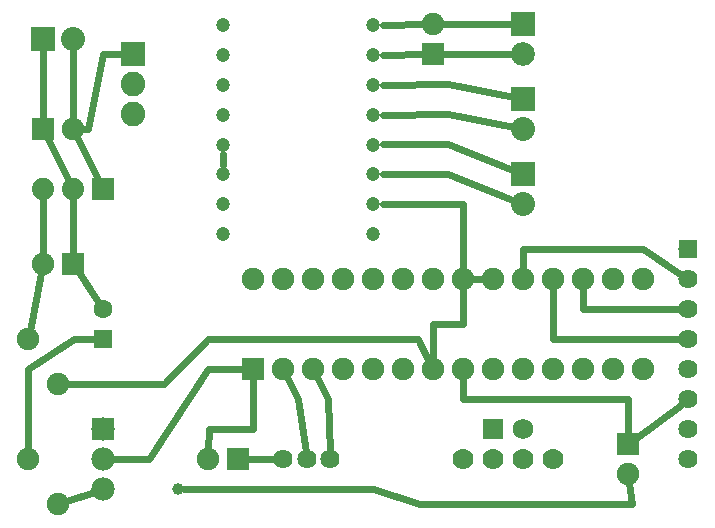
<source format=gtl>
G04 MADE WITH FRITZING*
G04 WWW.FRITZING.ORG*
G04 DOUBLE SIDED*
G04 HOLES PLATED*
G04 CONTOUR ON CENTER OF CONTOUR VECTOR*
%ASAXBY*%
%FSLAX23Y23*%
%MOIN*%
%OFA0B0*%
%SFA1.0B1.0*%
%ADD10C,0.064000*%
%ADD11C,0.082000*%
%ADD12C,0.075000*%
%ADD13C,0.078000*%
%ADD14C,0.080000*%
%ADD15C,0.062992*%
%ADD16C,0.069000*%
%ADD17C,0.070000*%
%ADD18C,0.074000*%
%ADD19C,0.047222*%
%ADD20C,0.039370*%
%ADD21C,0.079370*%
%ADD22R,0.082000X0.082000*%
%ADD23R,0.064000X0.064000*%
%ADD24R,0.075000X0.075000*%
%ADD25R,0.078000X0.078000*%
%ADD26R,0.080000X0.080000*%
%ADD27R,0.062992X0.062992*%
%ADD28R,0.069000X0.069000*%
%ADD29R,0.079370X0.079370*%
%ADD30C,0.024000*%
%ADD31R,0.001000X0.001000*%
%LNCOPPER1*%
G90*
G70*
G54D10*
X919Y201D03*
X998Y201D03*
X1076Y201D03*
X919Y201D03*
X998Y201D03*
X1076Y201D03*
G54D11*
X419Y1551D03*
X419Y1451D03*
X419Y1351D03*
G54D10*
X2269Y901D03*
X2269Y801D03*
X2269Y701D03*
X2269Y601D03*
X2269Y501D03*
X2269Y401D03*
X2269Y301D03*
X2269Y201D03*
G54D12*
X819Y501D03*
X819Y801D03*
X919Y501D03*
X919Y801D03*
X1019Y501D03*
X1019Y801D03*
X1119Y501D03*
X1119Y801D03*
X1219Y501D03*
X1219Y801D03*
X1319Y501D03*
X1319Y801D03*
X1419Y501D03*
X1419Y801D03*
X1519Y501D03*
X1519Y801D03*
X1619Y501D03*
X1619Y801D03*
X1719Y501D03*
X1719Y801D03*
X1819Y501D03*
X1819Y801D03*
X1919Y501D03*
X1919Y801D03*
X2019Y501D03*
X2019Y801D03*
X2119Y501D03*
X2119Y801D03*
G54D13*
X319Y301D03*
X319Y201D03*
X319Y101D03*
G54D14*
X1719Y1151D03*
X1719Y1051D03*
X1719Y1401D03*
X1719Y1301D03*
X119Y1601D03*
X219Y1601D03*
G54D12*
X2069Y251D03*
X2069Y151D03*
X119Y1301D03*
X219Y1301D03*
G54D15*
X319Y602D03*
X319Y701D03*
G54D16*
X1619Y301D03*
X1719Y301D03*
G54D17*
X1819Y201D03*
X1719Y201D03*
X1619Y201D03*
X1519Y201D03*
G54D12*
X769Y201D03*
X669Y201D03*
G54D18*
X319Y1101D03*
X219Y1101D03*
X119Y1101D03*
X319Y1101D03*
X219Y1101D03*
X119Y1101D03*
G54D19*
X719Y1647D03*
X719Y1547D03*
X719Y1448D03*
X719Y1349D03*
X719Y1249D03*
X719Y1150D03*
X719Y1051D03*
X719Y951D03*
X1218Y1647D03*
X1218Y1547D03*
X1218Y1448D03*
X1218Y1349D03*
X1218Y1249D03*
X1218Y1150D03*
X1218Y1051D03*
X1218Y951D03*
G54D12*
X1419Y1551D03*
X1419Y1651D03*
G54D20*
X568Y102D03*
G54D12*
X69Y601D03*
X69Y201D03*
X219Y851D03*
X119Y851D03*
X169Y451D03*
X169Y51D03*
G54D21*
X1719Y1651D03*
X1719Y1551D03*
G54D22*
X419Y1551D03*
G54D23*
X2269Y901D03*
G54D24*
X819Y501D03*
G54D25*
X319Y301D03*
G54D26*
X1719Y1151D03*
X1719Y1401D03*
X119Y1601D03*
G54D24*
X2069Y251D03*
X119Y1301D03*
G54D27*
X319Y602D03*
G54D28*
X1619Y301D03*
G54D24*
X769Y201D03*
X1419Y1551D03*
X219Y851D03*
G54D29*
X1719Y1651D03*
G54D30*
X119Y1329D02*
X119Y1570D01*
D02*
X219Y1329D02*
X219Y1570D01*
D02*
X319Y1551D02*
X269Y1301D01*
D02*
X269Y1301D02*
X248Y1301D01*
D02*
X387Y1551D02*
X319Y1551D01*
D02*
X305Y1128D02*
X232Y1275D01*
D02*
X205Y1128D02*
X132Y1275D01*
D02*
X670Y300D02*
X819Y300D01*
D02*
X819Y300D02*
X819Y472D01*
D02*
X669Y229D02*
X670Y300D01*
D02*
X894Y201D02*
X798Y201D01*
D02*
X669Y501D02*
X790Y501D01*
D02*
X470Y201D02*
X669Y501D01*
D02*
X349Y201D02*
X470Y201D01*
D02*
X1518Y652D02*
X1519Y772D01*
D02*
X1419Y529D02*
X1419Y652D01*
D02*
X1419Y652D02*
X1518Y652D01*
D02*
X1548Y801D02*
X1590Y801D01*
D02*
X198Y451D02*
X520Y452D01*
D02*
X1368Y601D02*
X1406Y526D01*
D02*
X968Y402D02*
X994Y225D01*
D02*
X932Y475D02*
X968Y402D01*
D02*
X1069Y401D02*
X1075Y226D01*
D02*
X1032Y475D02*
X1069Y401D01*
D02*
X1519Y1051D02*
X1519Y829D01*
D02*
X1250Y1051D02*
X1519Y1051D01*
D02*
X1250Y1647D02*
X1390Y1650D01*
D02*
X1678Y1651D02*
X1448Y1651D01*
D02*
X1678Y1551D02*
X1448Y1551D01*
D02*
X1250Y1548D02*
X1390Y1550D01*
D02*
X1250Y1448D02*
X1469Y1450D01*
D02*
X1469Y1450D02*
X1688Y1407D01*
D02*
X1469Y1350D02*
X1250Y1349D01*
D02*
X1688Y1307D02*
X1469Y1350D01*
D02*
X1690Y1162D02*
X1469Y1251D01*
D02*
X1469Y1251D02*
X1250Y1250D01*
D02*
X1469Y1151D02*
X1250Y1150D01*
D02*
X1690Y1062D02*
X1469Y1151D01*
D02*
X719Y1182D02*
X719Y1217D01*
D02*
X2092Y268D02*
X2244Y382D01*
D02*
X1819Y772D02*
X1818Y601D01*
D02*
X1818Y601D02*
X2238Y601D01*
D02*
X1919Y701D02*
X2238Y701D01*
D02*
X1919Y772D02*
X1919Y701D01*
D02*
X1718Y901D02*
X2119Y901D01*
D02*
X1719Y829D02*
X1718Y901D01*
D02*
X2119Y901D02*
X2243Y818D01*
D02*
X1374Y50D02*
X1219Y101D01*
D02*
X1219Y101D02*
X587Y102D01*
D02*
X2081Y50D02*
X1374Y50D01*
D02*
X2072Y122D02*
X2081Y50D01*
D02*
X2069Y400D02*
X2069Y279D01*
D02*
X1518Y402D02*
X2069Y400D01*
D02*
X1519Y472D02*
X1518Y402D01*
D02*
X69Y229D02*
X67Y501D01*
D02*
X119Y879D02*
X119Y1070D01*
D02*
X235Y827D02*
X304Y723D01*
D02*
X219Y879D02*
X219Y1070D01*
D02*
X75Y629D02*
X113Y823D01*
D02*
X67Y501D02*
X220Y601D01*
D02*
X220Y601D02*
X292Y602D01*
D02*
X196Y60D02*
X290Y91D01*
D02*
X669Y601D02*
X1368Y601D01*
D02*
X520Y452D02*
X669Y601D01*
G54D31*
X282Y1138D02*
X355Y1138D01*
X282Y1137D02*
X355Y1137D01*
X282Y1136D02*
X355Y1136D01*
X282Y1135D02*
X355Y1135D01*
X282Y1134D02*
X355Y1134D01*
X282Y1133D02*
X355Y1133D01*
X282Y1132D02*
X355Y1132D01*
X282Y1131D02*
X355Y1131D01*
X282Y1130D02*
X355Y1130D01*
X282Y1129D02*
X355Y1129D01*
X282Y1128D02*
X355Y1128D01*
X282Y1127D02*
X355Y1127D01*
X282Y1126D02*
X355Y1126D01*
X282Y1125D02*
X355Y1125D01*
X282Y1124D02*
X355Y1124D01*
X282Y1123D02*
X355Y1123D01*
X282Y1122D02*
X355Y1122D01*
X282Y1121D02*
X355Y1121D01*
X282Y1120D02*
X312Y1120D01*
X325Y1120D02*
X355Y1120D01*
X282Y1119D02*
X309Y1119D01*
X327Y1119D02*
X355Y1119D01*
X282Y1118D02*
X308Y1118D01*
X329Y1118D02*
X355Y1118D01*
X282Y1117D02*
X306Y1117D01*
X331Y1117D02*
X355Y1117D01*
X282Y1116D02*
X305Y1116D01*
X332Y1116D02*
X355Y1116D01*
X282Y1115D02*
X304Y1115D01*
X333Y1115D02*
X355Y1115D01*
X282Y1114D02*
X303Y1114D01*
X334Y1114D02*
X355Y1114D01*
X282Y1113D02*
X302Y1113D01*
X335Y1113D02*
X355Y1113D01*
X282Y1112D02*
X301Y1112D01*
X335Y1112D02*
X355Y1112D01*
X282Y1111D02*
X301Y1111D01*
X336Y1111D02*
X355Y1111D01*
X282Y1110D02*
X300Y1110D01*
X336Y1110D02*
X355Y1110D01*
X282Y1109D02*
X300Y1109D01*
X337Y1109D02*
X355Y1109D01*
X282Y1108D02*
X299Y1108D01*
X337Y1108D02*
X355Y1108D01*
X282Y1107D02*
X299Y1107D01*
X338Y1107D02*
X355Y1107D01*
X282Y1106D02*
X299Y1106D01*
X338Y1106D02*
X355Y1106D01*
X282Y1105D02*
X298Y1105D01*
X338Y1105D02*
X355Y1105D01*
X282Y1104D02*
X298Y1104D01*
X338Y1104D02*
X355Y1104D01*
X282Y1103D02*
X298Y1103D01*
X338Y1103D02*
X355Y1103D01*
X282Y1102D02*
X298Y1102D01*
X338Y1102D02*
X355Y1102D01*
X282Y1101D02*
X298Y1101D01*
X338Y1101D02*
X355Y1101D01*
X282Y1100D02*
X298Y1100D01*
X338Y1100D02*
X355Y1100D01*
X282Y1099D02*
X298Y1099D01*
X338Y1099D02*
X355Y1099D01*
X282Y1098D02*
X298Y1098D01*
X338Y1098D02*
X355Y1098D01*
X282Y1097D02*
X299Y1097D01*
X338Y1097D02*
X355Y1097D01*
X282Y1096D02*
X299Y1096D01*
X338Y1096D02*
X355Y1096D01*
X282Y1095D02*
X299Y1095D01*
X337Y1095D02*
X355Y1095D01*
X282Y1094D02*
X299Y1094D01*
X337Y1094D02*
X355Y1094D01*
X282Y1093D02*
X300Y1093D01*
X337Y1093D02*
X355Y1093D01*
X282Y1092D02*
X300Y1092D01*
X336Y1092D02*
X355Y1092D01*
X282Y1091D02*
X301Y1091D01*
X336Y1091D02*
X355Y1091D01*
X282Y1090D02*
X302Y1090D01*
X335Y1090D02*
X355Y1090D01*
X282Y1089D02*
X302Y1089D01*
X334Y1089D02*
X355Y1089D01*
X282Y1088D02*
X303Y1088D01*
X333Y1088D02*
X355Y1088D01*
X282Y1087D02*
X304Y1087D01*
X332Y1087D02*
X355Y1087D01*
X282Y1086D02*
X305Y1086D01*
X331Y1086D02*
X355Y1086D01*
X282Y1085D02*
X307Y1085D01*
X330Y1085D02*
X355Y1085D01*
X282Y1084D02*
X308Y1084D01*
X328Y1084D02*
X355Y1084D01*
X282Y1083D02*
X310Y1083D01*
X326Y1083D02*
X355Y1083D01*
X282Y1082D02*
X313Y1082D01*
X323Y1082D02*
X355Y1082D01*
X282Y1081D02*
X355Y1081D01*
X282Y1080D02*
X355Y1080D01*
X282Y1079D02*
X355Y1079D01*
X282Y1078D02*
X355Y1078D01*
X282Y1077D02*
X355Y1077D01*
X282Y1076D02*
X355Y1076D01*
X282Y1075D02*
X355Y1075D01*
X282Y1074D02*
X355Y1074D01*
X282Y1073D02*
X355Y1073D01*
X282Y1072D02*
X355Y1072D01*
X282Y1071D02*
X355Y1071D01*
X282Y1070D02*
X355Y1070D01*
X282Y1069D02*
X355Y1069D01*
X282Y1068D02*
X355Y1068D01*
X282Y1067D02*
X355Y1067D01*
X282Y1066D02*
X355Y1066D01*
X282Y1065D02*
X355Y1065D01*
D02*
G04 End of Copper1*
M02*
</source>
